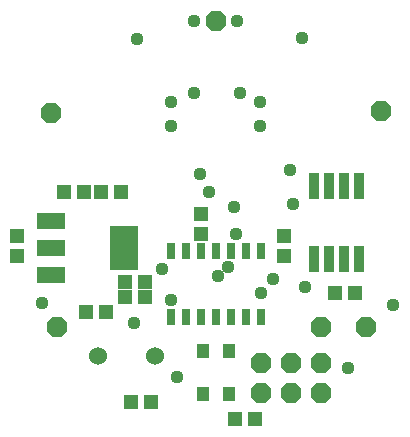
<source format=gts>
G75*
G70*
%OFA0B0*%
%FSLAX24Y24*%
%IPPOS*%
%LPD*%
%AMOC8*
5,1,8,0,0,1.08239X$1,22.5*
%
%ADD10R,0.0316X0.0552*%
%ADD11C,0.0600*%
%ADD12R,0.0340X0.0880*%
%ADD13OC8,0.0680*%
%ADD14R,0.0395X0.0474*%
%ADD15R,0.0474X0.0513*%
%ADD16R,0.0513X0.0474*%
%ADD17R,0.0960X0.0560*%
%ADD18R,0.0946X0.1497*%
%ADD19C,0.0440*%
D10*
X006411Y004498D03*
X006911Y004498D03*
X007411Y004498D03*
X007911Y004498D03*
X008411Y004498D03*
X008911Y004498D03*
X009411Y004498D03*
X009411Y006702D03*
X008911Y006702D03*
X008411Y006702D03*
X007911Y006702D03*
X007411Y006702D03*
X006911Y006702D03*
X006411Y006702D03*
D11*
X003961Y003197D03*
X005861Y003203D03*
D12*
X011161Y006440D03*
X011661Y006440D03*
X012161Y006440D03*
X012661Y006440D03*
X012661Y008860D03*
X012161Y008860D03*
X011661Y008860D03*
X011161Y008860D03*
D13*
X013411Y011350D03*
X007911Y014350D03*
X002411Y011300D03*
X002611Y004150D03*
X009411Y002950D03*
X009411Y001950D03*
X010411Y001950D03*
X010411Y002950D03*
X011411Y002950D03*
X011411Y001950D03*
X011411Y004150D03*
X012911Y004150D03*
D14*
X008344Y003359D03*
X007478Y003359D03*
X007478Y001941D03*
X008344Y001941D03*
D15*
X008527Y001100D03*
X009196Y001100D03*
X011877Y005300D03*
X012546Y005300D03*
X004746Y008650D03*
X004077Y008650D03*
X003496Y008650D03*
X002827Y008650D03*
X001261Y007185D03*
X001261Y006515D03*
D16*
X003577Y004650D03*
X004246Y004650D03*
X004877Y005150D03*
X004877Y005650D03*
X005546Y005650D03*
X005546Y005150D03*
X007411Y007265D03*
X007411Y007935D03*
X010161Y007185D03*
X010161Y006515D03*
X005746Y001650D03*
X005077Y001650D03*
D17*
X002391Y005890D03*
X002391Y006800D03*
X002391Y007710D03*
D18*
X004831Y006800D03*
D19*
X006111Y006100D03*
X006411Y005050D03*
X005161Y004300D03*
X006611Y002500D03*
X009411Y005300D03*
X009811Y005750D03*
X010861Y005500D03*
X008561Y007250D03*
X008511Y008150D03*
X007661Y008650D03*
X007361Y009250D03*
X006411Y010850D03*
X006411Y011650D03*
X007161Y011950D03*
X008711Y011950D03*
X009361Y011650D03*
X009361Y010850D03*
X010361Y009400D03*
X010461Y008250D03*
X008311Y006150D03*
X007961Y005850D03*
X012311Y002800D03*
X013811Y004900D03*
X005261Y013750D03*
X007161Y014350D03*
X008611Y014350D03*
X010761Y013800D03*
X002111Y004950D03*
M02*

</source>
